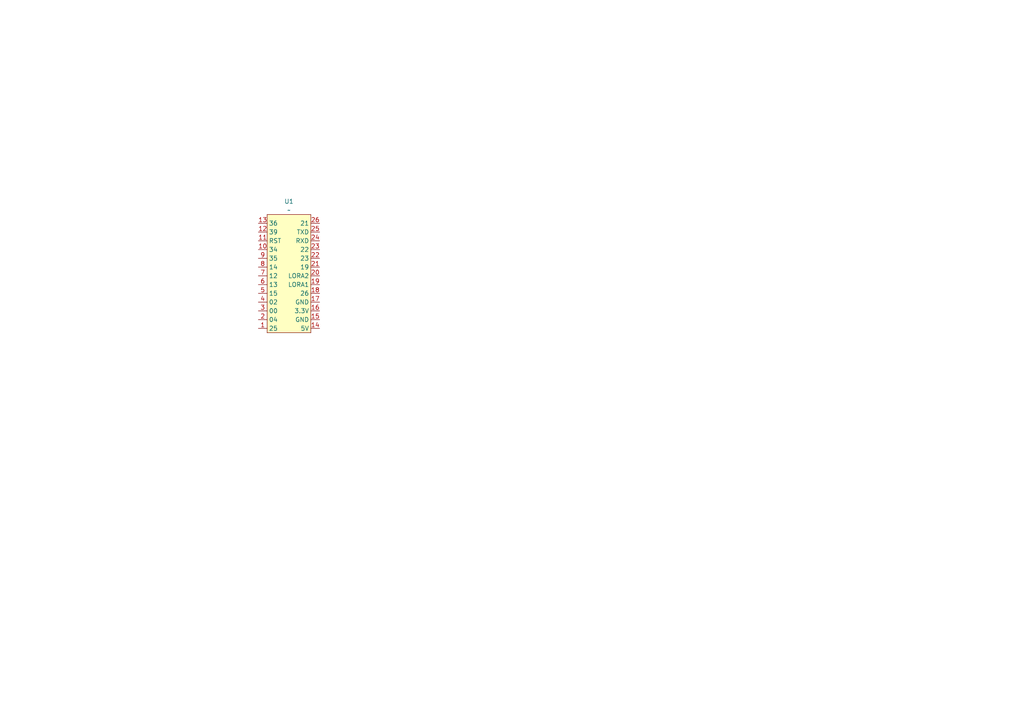
<source format=kicad_sch>
(kicad_sch (version 20231120) (generator "eeschema") (generator_version "8.0")
  (paper "A4")
  (lib_symbols
    (symbol "LSC_Symbols:Lilygo_TTGO_Lora32"
      (property "Reference" "U" (at -2.794 25.654 0))
      (symbol "Lilygo_TTGO_Lora32_1_1"
        (rectangle (start -6.35 24.13) (end 6.35 -10.16) (fill (type background)))
        (pin bidirectional line (at -8.89 -8.89 0) (length 2.54) (name "25") (number "1"))
        (pin bidirectional line (at -8.89 13.97 0) (length 2.54) (name "34") (number "10"))
        (pin input line (at -8.89 16.51 0) (length 2.54) (name "RST") (number "11"))
        (pin bidirectional line (at -8.89 19.05 0) (length 2.54) (name "39") (number "12"))
        (pin bidirectional line (at -8.89 21.59 0) (length 2.54) (name "36") (number "13"))
        (pin power_out line (at 8.89 -8.89 180) (length 2.54) (name "5V") (number "14"))
        (pin power_out line (at 8.89 -6.35 180) (length 2.54) (name "GND") (number "15"))
        (pin power_out line (at 8.89 -3.81 180) (length 2.54) (name "3.3V") (number "16"))
        (pin power_out line (at 8.89 -1.27 180) (length 2.54) (name "GND") (number "17"))
        (pin bidirectional line (at 8.89 1.27 180) (length 2.54) (name "26") (number "18"))
        (pin bidirectional line (at 8.89 3.81 180) (length 2.54) (name "LORA1") (number "19"))
        (pin bidirectional line (at -8.89 -6.35 0) (length 2.54) (name "04") (number "2"))
        (pin bidirectional line (at 8.89 6.35 180) (length 2.54) (name "LORA2") (number "20"))
        (pin bidirectional line (at 8.89 8.89 180) (length 2.54) (name "19") (number "21"))
        (pin bidirectional line (at 8.89 11.43 180) (length 2.54) (name "23") (number "22"))
        (pin bidirectional line (at 8.89 13.97 180) (length 2.54) (name "22") (number "23"))
        (pin bidirectional line (at 8.89 16.51 180) (length 2.54) (name "RXD") (number "24"))
        (pin bidirectional line (at 8.89 19.05 180) (length 2.54) (name "TXD") (number "25"))
        (pin bidirectional line (at 8.89 21.59 180) (length 2.54) (name "21") (number "26"))
        (pin bidirectional line (at -8.89 -3.81 0) (length 2.54) (name "00") (number "3"))
        (pin bidirectional line (at -8.89 -1.27 0) (length 2.54) (name "02") (number "4"))
        (pin bidirectional line (at -8.89 1.27 0) (length 2.54) (name "15") (number "5"))
        (pin bidirectional line (at -8.89 3.81 0) (length 2.54) (name "13") (number "6"))
        (pin bidirectional line (at -8.89 6.35 0) (length 2.54) (name "12") (number "7"))
        (pin bidirectional line (at -8.89 8.89 0) (length 2.54) (name "14") (number "8"))
        (pin bidirectional line (at -8.89 11.43 0) (length 2.54) (name "35") (number "9"))
      )
    )
  )
  (symbol (lib_id "LSC_Symbols:Lilygo_TTGO_Lora32") (at 83.82 86.36 0) (unit 1)
    (property "Reference" "U1" (at 83.82 58.42 0))
    (property "Value" "~" (at 83.82 60.96 0))
    (property "Footprint" "LSC_footprint:Lilygo TTGO Lora32 shield" (effects (hide yes)))
    (property "Datasheet" "https://www.lilygo.cc/products/lora3" (effects (hide yes)))
    (property "Description" "LORA board " (effects (hide yes)))
  )
)
</source>
